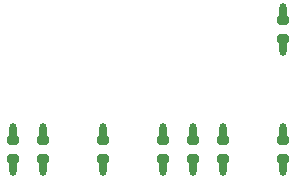
<source format=gtp>
%TF.GenerationSoftware,KiCad,Pcbnew,7.0.1*%
%TF.CreationDate,2023-03-20T23:29:57+09:00*%
%TF.ProjectId,TangNano20K_PmodBase,54616e67-4e61-46e6-9f32-304b5f506d6f,rev?*%
%TF.SameCoordinates,Original*%
%TF.FileFunction,Paste,Top*%
%TF.FilePolarity,Positive*%
%FSLAX46Y46*%
G04 Gerber Fmt 4.6, Leading zero omitted, Abs format (unit mm)*
G04 Created by KiCad (PCBNEW 7.0.1) date 2023-03-20 23:29:57*
%MOMM*%
%LPD*%
G01*
G04 APERTURE LIST*
G04 Aperture macros list*
%AMRoundRect*
0 Rectangle with rounded corners*
0 $1 Rounding radius*
0 $2 $3 $4 $5 $6 $7 $8 $9 X,Y pos of 4 corners*
0 Add a 4 corners polygon primitive as box body*
4,1,4,$2,$3,$4,$5,$6,$7,$8,$9,$2,$3,0*
0 Add four circle primitives for the rounded corners*
1,1,$1+$1,$2,$3*
1,1,$1+$1,$4,$5*
1,1,$1+$1,$6,$7*
1,1,$1+$1,$8,$9*
0 Add four rect primitives between the rounded corners*
20,1,$1+$1,$2,$3,$4,$5,0*
20,1,$1+$1,$4,$5,$6,$7,0*
20,1,$1+$1,$6,$7,$8,$9,0*
20,1,$1+$1,$8,$9,$2,$3,0*%
G04 Aperture macros list end*
%ADD10RoundRect,0.200000X0.275000X-0.200000X0.275000X0.200000X-0.275000X0.200000X-0.275000X-0.200000X0*%
%ADD11O,0.600000X1.650000*%
%ADD12RoundRect,0.200000X-0.275000X0.200000X-0.275000X-0.200000X0.275000X-0.200000X0.275000X0.200000X0*%
G04 APERTURE END LIST*
D10*
%TO.C,R5*%
X120160000Y-77415000D03*
D11*
X120160000Y-77965000D03*
D10*
X120160000Y-75765000D03*
D11*
X120160000Y-75215000D03*
%TD*%
D10*
%TO.C,R2*%
X130320000Y-77415000D03*
D11*
X130320000Y-77965000D03*
D10*
X130320000Y-75765000D03*
D11*
X130320000Y-75215000D03*
%TD*%
D10*
%TO.C,R8*%
X107460000Y-77415000D03*
D11*
X107460000Y-77965000D03*
D10*
X107460000Y-75765000D03*
D11*
X107460000Y-75215000D03*
%TD*%
D12*
%TO.C,R1*%
X130320000Y-65605000D03*
D11*
X130320000Y-65055000D03*
D12*
X130320000Y-67255000D03*
D11*
X130320000Y-67805000D03*
%TD*%
D10*
%TO.C,R3*%
X125240000Y-77415000D03*
D11*
X125240000Y-77965000D03*
D10*
X125240000Y-75765000D03*
D11*
X125240000Y-75215000D03*
%TD*%
D10*
%TO.C,R6*%
X115080000Y-77415000D03*
D11*
X115080000Y-77965000D03*
D10*
X115080000Y-75765000D03*
D11*
X115080000Y-75215000D03*
%TD*%
D10*
%TO.C,R7*%
X110000000Y-77415000D03*
D11*
X110000000Y-77965000D03*
D10*
X110000000Y-75765000D03*
D11*
X110000000Y-75215000D03*
%TD*%
D10*
%TO.C,R4*%
X122700000Y-77415000D03*
D11*
X122700000Y-77965000D03*
D10*
X122700000Y-75765000D03*
D11*
X122700000Y-75215000D03*
%TD*%
M02*

</source>
